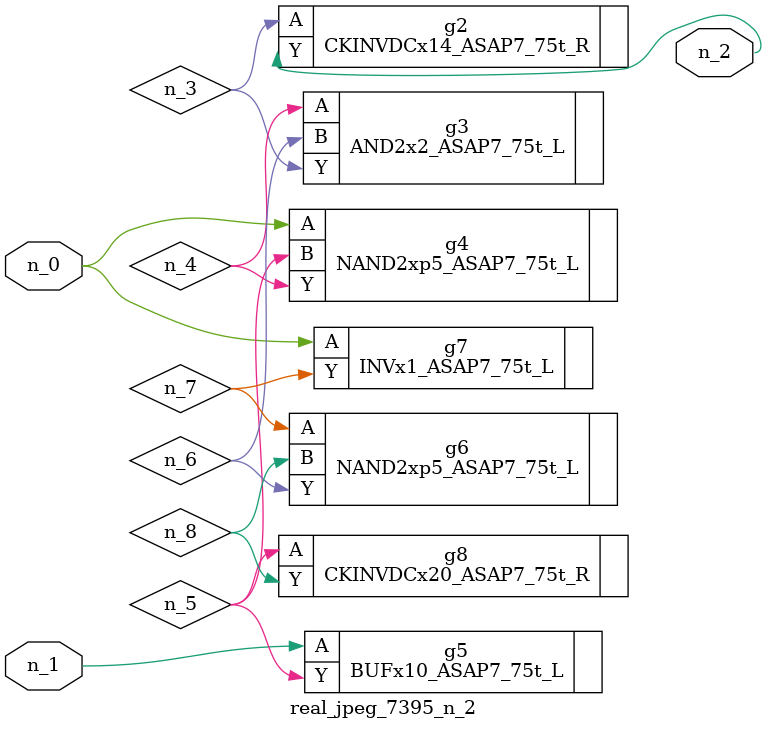
<source format=v>
module real_jpeg_7395_n_2 (n_1, n_0, n_2);

input n_1;
input n_0;

output n_2;

wire n_5;
wire n_4;
wire n_8;
wire n_6;
wire n_7;
wire n_3;

NAND2xp5_ASAP7_75t_L g4 ( 
.A(n_0),
.B(n_5),
.Y(n_4)
);

INVx1_ASAP7_75t_L g7 ( 
.A(n_0),
.Y(n_7)
);

BUFx10_ASAP7_75t_L g5 ( 
.A(n_1),
.Y(n_5)
);

CKINVDCx14_ASAP7_75t_R g2 ( 
.A(n_3),
.Y(n_2)
);

AND2x2_ASAP7_75t_L g3 ( 
.A(n_4),
.B(n_6),
.Y(n_3)
);

CKINVDCx20_ASAP7_75t_R g8 ( 
.A(n_5),
.Y(n_8)
);

NAND2xp5_ASAP7_75t_L g6 ( 
.A(n_7),
.B(n_8),
.Y(n_6)
);


endmodule
</source>
